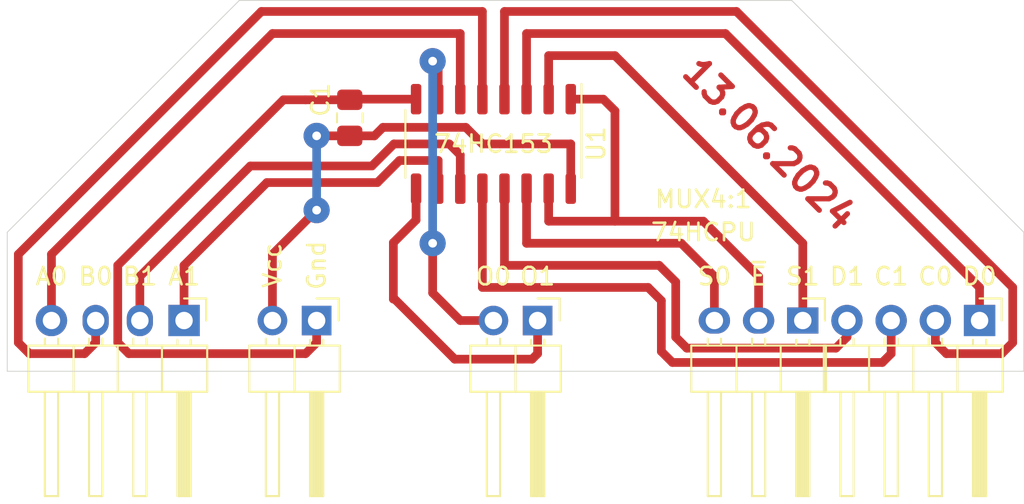
<source format=kicad_pcb>
(kicad_pcb (version 20171130) (host pcbnew "(5.1.8)-1")

  (general
    (thickness 1.6)
    (drawings 25)
    (tracks 106)
    (zones 0)
    (modules 7)
    (nets 16)
  )

  (page A4 portrait)
  (layers
    (0 F.Cu signal)
    (31 B.Cu signal)
    (32 B.Adhes user)
    (33 F.Adhes user)
    (34 B.Paste user)
    (35 F.Paste user)
    (36 B.SilkS user)
    (37 F.SilkS user)
    (38 B.Mask user)
    (39 F.Mask user)
    (40 Dwgs.User user)
    (41 Cmts.User user)
    (42 Eco1.User user)
    (43 Eco2.User user)
    (44 Edge.Cuts user)
    (45 Margin user)
    (46 B.CrtYd user)
    (47 F.CrtYd user)
    (48 B.Fab user)
    (49 F.Fab user)
  )

  (setup
    (last_trace_width 0.5)
    (user_trace_width 0.5)
    (user_trace_width 0.6)
    (user_trace_width 0.8)
    (trace_clearance 0.2)
    (zone_clearance 0.508)
    (zone_45_only no)
    (trace_min 0.2)
    (via_size 0.8)
    (via_drill 0.4)
    (via_min_size 0.4)
    (via_min_drill 0.3)
    (user_via 1.5 0.5)
    (uvia_size 0.3)
    (uvia_drill 0.1)
    (uvias_allowed no)
    (uvia_min_size 0.2)
    (uvia_min_drill 0.1)
    (edge_width 0.05)
    (segment_width 0.2)
    (pcb_text_width 0.3)
    (pcb_text_size 1.5 1.5)
    (mod_edge_width 0.12)
    (mod_text_size 1 1)
    (mod_text_width 0.15)
    (pad_size 1.8 1.8)
    (pad_drill 1)
    (pad_to_mask_clearance 0)
    (aux_axis_origin 0 0)
    (visible_elements 7FFFFFFF)
    (pcbplotparams
      (layerselection 0x010fc_ffffffff)
      (usegerberextensions false)
      (usegerberattributes true)
      (usegerberadvancedattributes true)
      (creategerberjobfile false)
      (excludeedgelayer true)
      (linewidth 0.100000)
      (plotframeref false)
      (viasonmask false)
      (mode 1)
      (useauxorigin false)
      (hpglpennumber 1)
      (hpglpenspeed 20)
      (hpglpendiameter 15.000000)
      (psnegative false)
      (psa4output false)
      (plotreference true)
      (plotvalue true)
      (plotinvisibletext false)
      (padsonsilk false)
      (subtractmaskfromsilk false)
      (outputformat 1)
      (mirror false)
      (drillshape 0)
      (scaleselection 1)
      (outputdirectory "gerber"))
  )

  (net 0 "")
  (net 1 VCC)
  (net 2 GND)
  (net 3 /A1)
  (net 4 /B1)
  (net 5 /B0)
  (net 6 /A0)
  (net 7 /D1)
  (net 8 /C1)
  (net 9 /C0)
  (net 10 /D0)
  (net 11 /~E)
  (net 12 /S0)
  (net 13 /S1)
  (net 14 /O0)
  (net 15 /O1)

  (net_class Default "This is the default net class."
    (clearance 0.2)
    (trace_width 0.25)
    (via_dia 0.8)
    (via_drill 0.4)
    (uvia_dia 0.3)
    (uvia_drill 0.1)
    (add_net /A0)
    (add_net /A1)
    (add_net /B0)
    (add_net /B1)
    (add_net /C0)
    (add_net /C1)
    (add_net /D0)
    (add_net /D1)
    (add_net /O0)
    (add_net /O1)
    (add_net /S0)
    (add_net /S1)
    (add_net /~E)
    (add_net GND)
    (add_net VCC)
  )

  (module Connector_PinHeader_2.54mm:PinHeader_1x02_P2.54mm_Horizontal (layer F.Cu) (tedit 59FED5CB) (tstamp 648217EF)
    (at 111.76 63.5 270)
    (descr "Through hole angled pin header, 1x02, 2.54mm pitch, 6mm pin length, single row")
    (tags "Through hole angled pin header THT 1x02 2.54mm single row")
    (path /6482D8C1)
    (fp_text reference J5 (at 1.905 -2.54 90) (layer F.SilkS) hide
      (effects (font (size 1 1) (thickness 0.15)))
    )
    (fp_text value Conn_01x02_Male (at 1.905 2.54 180) (layer F.Fab)
      (effects (font (size 1 1) (thickness 0.15)))
    )
    (fp_line (start 2.135 -1.27) (end 4.04 -1.27) (layer F.Fab) (width 0.1))
    (fp_line (start 4.04 -1.27) (end 4.04 3.81) (layer F.Fab) (width 0.1))
    (fp_line (start 4.04 3.81) (end 1.5 3.81) (layer F.Fab) (width 0.1))
    (fp_line (start 1.5 3.81) (end 1.5 -0.635) (layer F.Fab) (width 0.1))
    (fp_line (start 1.5 -0.635) (end 2.135 -1.27) (layer F.Fab) (width 0.1))
    (fp_line (start -0.32 -0.32) (end 1.5 -0.32) (layer F.Fab) (width 0.1))
    (fp_line (start -0.32 -0.32) (end -0.32 0.32) (layer F.Fab) (width 0.1))
    (fp_line (start -0.32 0.32) (end 1.5 0.32) (layer F.Fab) (width 0.1))
    (fp_line (start 4.04 -0.32) (end 10.04 -0.32) (layer F.Fab) (width 0.1))
    (fp_line (start 10.04 -0.32) (end 10.04 0.32) (layer F.Fab) (width 0.1))
    (fp_line (start 4.04 0.32) (end 10.04 0.32) (layer F.Fab) (width 0.1))
    (fp_line (start -0.32 2.22) (end 1.5 2.22) (layer F.Fab) (width 0.1))
    (fp_line (start -0.32 2.22) (end -0.32 2.86) (layer F.Fab) (width 0.1))
    (fp_line (start -0.32 2.86) (end 1.5 2.86) (layer F.Fab) (width 0.1))
    (fp_line (start 4.04 2.22) (end 10.04 2.22) (layer F.Fab) (width 0.1))
    (fp_line (start 10.04 2.22) (end 10.04 2.86) (layer F.Fab) (width 0.1))
    (fp_line (start 4.04 2.86) (end 10.04 2.86) (layer F.Fab) (width 0.1))
    (fp_line (start 1.44 -1.33) (end 1.44 3.87) (layer F.SilkS) (width 0.12))
    (fp_line (start 1.44 3.87) (end 4.1 3.87) (layer F.SilkS) (width 0.12))
    (fp_line (start 4.1 3.87) (end 4.1 -1.33) (layer F.SilkS) (width 0.12))
    (fp_line (start 4.1 -1.33) (end 1.44 -1.33) (layer F.SilkS) (width 0.12))
    (fp_line (start 4.1 -0.38) (end 10.1 -0.38) (layer F.SilkS) (width 0.12))
    (fp_line (start 10.1 -0.38) (end 10.1 0.38) (layer F.SilkS) (width 0.12))
    (fp_line (start 10.1 0.38) (end 4.1 0.38) (layer F.SilkS) (width 0.12))
    (fp_line (start 4.1 -0.32) (end 10.1 -0.32) (layer F.SilkS) (width 0.12))
    (fp_line (start 4.1 -0.2) (end 10.1 -0.2) (layer F.SilkS) (width 0.12))
    (fp_line (start 4.1 -0.08) (end 10.1 -0.08) (layer F.SilkS) (width 0.12))
    (fp_line (start 4.1 0.04) (end 10.1 0.04) (layer F.SilkS) (width 0.12))
    (fp_line (start 4.1 0.16) (end 10.1 0.16) (layer F.SilkS) (width 0.12))
    (fp_line (start 4.1 0.28) (end 10.1 0.28) (layer F.SilkS) (width 0.12))
    (fp_line (start 1.11 -0.38) (end 1.44 -0.38) (layer F.SilkS) (width 0.12))
    (fp_line (start 1.11 0.38) (end 1.44 0.38) (layer F.SilkS) (width 0.12))
    (fp_line (start 1.44 1.27) (end 4.1 1.27) (layer F.SilkS) (width 0.12))
    (fp_line (start 4.1 2.16) (end 10.1 2.16) (layer F.SilkS) (width 0.12))
    (fp_line (start 10.1 2.16) (end 10.1 2.92) (layer F.SilkS) (width 0.12))
    (fp_line (start 10.1 2.92) (end 4.1 2.92) (layer F.SilkS) (width 0.12))
    (fp_line (start 1.042929 2.16) (end 1.44 2.16) (layer F.SilkS) (width 0.12))
    (fp_line (start 1.042929 2.92) (end 1.44 2.92) (layer F.SilkS) (width 0.12))
    (fp_line (start -1.27 0) (end -1.27 -1.27) (layer F.SilkS) (width 0.12))
    (fp_line (start -1.27 -1.27) (end 0 -1.27) (layer F.SilkS) (width 0.12))
    (fp_line (start -1.8 -1.8) (end -1.8 4.35) (layer F.CrtYd) (width 0.05))
    (fp_line (start -1.8 4.35) (end 10.55 4.35) (layer F.CrtYd) (width 0.05))
    (fp_line (start 10.55 4.35) (end 10.55 -1.8) (layer F.CrtYd) (width 0.05))
    (fp_line (start 10.55 -1.8) (end -1.8 -1.8) (layer F.CrtYd) (width 0.05))
    (fp_text user %R (at 2.77 1.27) (layer F.Fab)
      (effects (font (size 1 1) (thickness 0.15)))
    )
    (pad 2 thru_hole oval (at 0 2.54 270) (size 1.7 1.7) (drill 1) (layers *.Cu *.Mask)
      (net 14 /O0))
    (pad 1 thru_hole rect (at 0 0 270) (size 1.7 1.7) (drill 1) (layers *.Cu *.Mask)
      (net 15 /O1))
    (model ${KISYS3DMOD}/Connector_PinHeader_2.54mm.3dshapes/PinHeader_1x02_P2.54mm_Horizontal.wrl
      (at (xyz 0 0 0))
      (scale (xyz 1 1 1))
      (rotate (xyz 0 0 0))
    )
  )

  (module Capacitor_SMD:C_0805_2012Metric_Pad1.18x1.45mm_HandSolder (layer F.Cu) (tedit 5F68FEEF) (tstamp 6482049E)
    (at 100.965 51.8375 90)
    (descr "Capacitor SMD 0805 (2012 Metric), square (rectangular) end terminal, IPC_7351 nominal with elongated pad for handsoldering. (Body size source: IPC-SM-782 page 76, https://www.pcb-3d.com/wordpress/wp-content/uploads/ipc-sm-782a_amendment_1_and_2.pdf, https://docs.google.com/spreadsheets/d/1BsfQQcO9C6DZCsRaXUlFlo91Tg2WpOkGARC1WS5S8t0/edit?usp=sharing), generated with kicad-footprint-generator")
    (tags "capacitor handsolder")
    (path /64829BAA)
    (attr smd)
    (fp_text reference C1 (at 1.0375 -1.68 90) (layer F.SilkS)
      (effects (font (size 1 1) (thickness 0.15)))
    )
    (fp_text value 0.1uF (at 0 1.68 90) (layer F.Fab)
      (effects (font (size 1 1) (thickness 0.15)))
    )
    (fp_line (start -1 0.625) (end -1 -0.625) (layer F.Fab) (width 0.1))
    (fp_line (start -1 -0.625) (end 1 -0.625) (layer F.Fab) (width 0.1))
    (fp_line (start 1 -0.625) (end 1 0.625) (layer F.Fab) (width 0.1))
    (fp_line (start 1 0.625) (end -1 0.625) (layer F.Fab) (width 0.1))
    (fp_line (start -0.261252 -0.735) (end 0.261252 -0.735) (layer F.SilkS) (width 0.12))
    (fp_line (start -0.261252 0.735) (end 0.261252 0.735) (layer F.SilkS) (width 0.12))
    (fp_line (start -1.88 0.98) (end -1.88 -0.98) (layer F.CrtYd) (width 0.05))
    (fp_line (start -1.88 -0.98) (end 1.88 -0.98) (layer F.CrtYd) (width 0.05))
    (fp_line (start 1.88 -0.98) (end 1.88 0.98) (layer F.CrtYd) (width 0.05))
    (fp_line (start 1.88 0.98) (end -1.88 0.98) (layer F.CrtYd) (width 0.05))
    (fp_text user %R (at 0 0 90) (layer F.Fab)
      (effects (font (size 0.5 0.5) (thickness 0.08)))
    )
    (pad 1 smd roundrect (at -1.0375 0 90) (size 1.175 1.45) (layers F.Cu F.Paste F.Mask) (roundrect_rratio 0.2127659574468085)
      (net 1 VCC))
    (pad 2 smd roundrect (at 1.0375 0 90) (size 1.175 1.45) (layers F.Cu F.Paste F.Mask) (roundrect_rratio 0.2127659574468085)
      (net 2 GND))
    (model ${KISYS3DMOD}/Capacitor_SMD.3dshapes/C_0805_2012Metric.wrl
      (at (xyz 0 0 0))
      (scale (xyz 1 1 1))
      (rotate (xyz 0 0 0))
    )
  )

  (module Connector_PinHeader_2.54mm:PinHeader_1x04_P2.54mm_Horizontal (layer F.Cu) (tedit 6482088C) (tstamp 648204EB)
    (at 91.44 63.5 270)
    (descr "Through hole angled pin header, 1x04, 2.54mm pitch, 6mm pin length, single row")
    (tags "Through hole angled pin header THT 1x04 2.54mm single row")
    (path /6482061C)
    (fp_text reference J1 (at 0 -2.54 90) (layer F.SilkS) hide
      (effects (font (size 1 1) (thickness 0.15)))
    )
    (fp_text value Conn_01x04_Male (at 1.905 3.81 180) (layer F.Fab)
      (effects (font (size 1 1) (thickness 0.15)))
    )
    (fp_line (start 2.135 -1.27) (end 4.04 -1.27) (layer F.Fab) (width 0.1))
    (fp_line (start 4.04 -1.27) (end 4.04 8.89) (layer F.Fab) (width 0.1))
    (fp_line (start 4.04 8.89) (end 1.5 8.89) (layer F.Fab) (width 0.1))
    (fp_line (start 1.5 8.89) (end 1.5 -0.635) (layer F.Fab) (width 0.1))
    (fp_line (start 1.5 -0.635) (end 2.135 -1.27) (layer F.Fab) (width 0.1))
    (fp_line (start -0.32 -0.32) (end 1.5 -0.32) (layer F.Fab) (width 0.1))
    (fp_line (start -0.32 -0.32) (end -0.32 0.32) (layer F.Fab) (width 0.1))
    (fp_line (start -0.32 0.32) (end 1.5 0.32) (layer F.Fab) (width 0.1))
    (fp_line (start 4.04 -0.32) (end 10.04 -0.32) (layer F.Fab) (width 0.1))
    (fp_line (start 10.04 -0.32) (end 10.04 0.32) (layer F.Fab) (width 0.1))
    (fp_line (start 4.04 0.32) (end 10.04 0.32) (layer F.Fab) (width 0.1))
    (fp_line (start -0.32 2.22) (end 1.5 2.22) (layer F.Fab) (width 0.1))
    (fp_line (start -0.32 2.22) (end -0.32 2.86) (layer F.Fab) (width 0.1))
    (fp_line (start -0.32 2.86) (end 1.5 2.86) (layer F.Fab) (width 0.1))
    (fp_line (start 4.04 2.22) (end 10.04 2.22) (layer F.Fab) (width 0.1))
    (fp_line (start 10.04 2.22) (end 10.04 2.86) (layer F.Fab) (width 0.1))
    (fp_line (start 4.04 2.86) (end 10.04 2.86) (layer F.Fab) (width 0.1))
    (fp_line (start -0.32 4.76) (end 1.5 4.76) (layer F.Fab) (width 0.1))
    (fp_line (start -0.32 4.76) (end -0.32 5.4) (layer F.Fab) (width 0.1))
    (fp_line (start -0.32 5.4) (end 1.5 5.4) (layer F.Fab) (width 0.1))
    (fp_line (start 4.04 4.76) (end 10.04 4.76) (layer F.Fab) (width 0.1))
    (fp_line (start 10.04 4.76) (end 10.04 5.4) (layer F.Fab) (width 0.1))
    (fp_line (start 4.04 5.4) (end 10.04 5.4) (layer F.Fab) (width 0.1))
    (fp_line (start -0.32 7.3) (end 1.5 7.3) (layer F.Fab) (width 0.1))
    (fp_line (start -0.32 7.3) (end -0.32 7.94) (layer F.Fab) (width 0.1))
    (fp_line (start -0.32 7.94) (end 1.5 7.94) (layer F.Fab) (width 0.1))
    (fp_line (start 4.04 7.3) (end 10.04 7.3) (layer F.Fab) (width 0.1))
    (fp_line (start 10.04 7.3) (end 10.04 7.94) (layer F.Fab) (width 0.1))
    (fp_line (start 4.04 7.94) (end 10.04 7.94) (layer F.Fab) (width 0.1))
    (fp_line (start 1.44 -1.33) (end 1.44 8.95) (layer F.SilkS) (width 0.12))
    (fp_line (start 1.44 8.95) (end 4.1 8.95) (layer F.SilkS) (width 0.12))
    (fp_line (start 4.1 8.95) (end 4.1 -1.33) (layer F.SilkS) (width 0.12))
    (fp_line (start 4.1 -1.33) (end 1.44 -1.33) (layer F.SilkS) (width 0.12))
    (fp_line (start 4.1 -0.38) (end 10.1 -0.38) (layer F.SilkS) (width 0.12))
    (fp_line (start 10.1 -0.38) (end 10.1 0.38) (layer F.SilkS) (width 0.12))
    (fp_line (start 10.1 0.38) (end 4.1 0.38) (layer F.SilkS) (width 0.12))
    (fp_line (start 4.1 -0.32) (end 10.1 -0.32) (layer F.SilkS) (width 0.12))
    (fp_line (start 4.1 -0.2) (end 10.1 -0.2) (layer F.SilkS) (width 0.12))
    (fp_line (start 4.1 -0.08) (end 10.1 -0.08) (layer F.SilkS) (width 0.12))
    (fp_line (start 4.1 0.04) (end 10.1 0.04) (layer F.SilkS) (width 0.12))
    (fp_line (start 4.1 0.16) (end 10.1 0.16) (layer F.SilkS) (width 0.12))
    (fp_line (start 4.1 0.28) (end 10.1 0.28) (layer F.SilkS) (width 0.12))
    (fp_line (start 1.11 -0.38) (end 1.44 -0.38) (layer F.SilkS) (width 0.12))
    (fp_line (start 1.11 0.38) (end 1.44 0.38) (layer F.SilkS) (width 0.12))
    (fp_line (start 1.44 1.27) (end 4.1 1.27) (layer F.SilkS) (width 0.12))
    (fp_line (start 4.1 2.16) (end 10.1 2.16) (layer F.SilkS) (width 0.12))
    (fp_line (start 10.1 2.16) (end 10.1 2.92) (layer F.SilkS) (width 0.12))
    (fp_line (start 10.1 2.92) (end 4.1 2.92) (layer F.SilkS) (width 0.12))
    (fp_line (start 1.042929 2.16) (end 1.44 2.16) (layer F.SilkS) (width 0.12))
    (fp_line (start 1.042929 2.92) (end 1.44 2.92) (layer F.SilkS) (width 0.12))
    (fp_line (start 1.44 3.81) (end 4.1 3.81) (layer F.SilkS) (width 0.12))
    (fp_line (start 4.1 4.7) (end 10.1 4.7) (layer F.SilkS) (width 0.12))
    (fp_line (start 10.1 4.7) (end 10.1 5.46) (layer F.SilkS) (width 0.12))
    (fp_line (start 10.1 5.46) (end 4.1 5.46) (layer F.SilkS) (width 0.12))
    (fp_line (start 1.042929 4.7) (end 1.44 4.7) (layer F.SilkS) (width 0.12))
    (fp_line (start 1.042929 5.46) (end 1.44 5.46) (layer F.SilkS) (width 0.12))
    (fp_line (start 1.44 6.35) (end 4.1 6.35) (layer F.SilkS) (width 0.12))
    (fp_line (start 4.1 7.24) (end 10.1 7.24) (layer F.SilkS) (width 0.12))
    (fp_line (start 10.1 7.24) (end 10.1 8) (layer F.SilkS) (width 0.12))
    (fp_line (start 10.1 8) (end 4.1 8) (layer F.SilkS) (width 0.12))
    (fp_line (start 1.042929 7.24) (end 1.44 7.24) (layer F.SilkS) (width 0.12))
    (fp_line (start 1.042929 8) (end 1.44 8) (layer F.SilkS) (width 0.12))
    (fp_line (start -1.27 0) (end -1.27 -1.27) (layer F.SilkS) (width 0.12))
    (fp_line (start -1.27 -1.27) (end 0 -1.27) (layer F.SilkS) (width 0.12))
    (fp_line (start -1.8 -1.8) (end -1.8 9.4) (layer F.CrtYd) (width 0.05))
    (fp_line (start -1.8 9.4) (end 10.55 9.4) (layer F.CrtYd) (width 0.05))
    (fp_line (start 10.55 9.4) (end 10.55 -1.8) (layer F.CrtYd) (width 0.05))
    (fp_line (start 10.55 -1.8) (end -1.8 -1.8) (layer F.CrtYd) (width 0.05))
    (fp_text user %R (at 2.77 3.81) (layer F.Fab)
      (effects (font (size 1 1) (thickness 0.15)))
    )
    (pad 1 thru_hole rect (at 0 0 270) (size 1.8 1.8) (drill 1) (layers *.Cu *.Mask)
      (net 3 /A1))
    (pad 2 thru_hole oval (at 0 2.54 270) (size 1.8 1.5) (drill 1) (layers *.Cu *.Mask)
      (net 4 /B1))
    (pad 3 thru_hole oval (at 0 5.08 270) (size 1.8 1.5) (drill 1) (layers *.Cu *.Mask)
      (net 5 /B0))
    (pad 4 thru_hole oval (at 0 7.62 270) (size 1.8 1.8) (drill 1) (layers *.Cu *.Mask)
      (net 6 /A0))
    (model ${KISYS3DMOD}/Connector_PinHeader_2.54mm.3dshapes/PinHeader_1x04_P2.54mm_Horizontal.wrl
      (at (xyz 0 0 0))
      (scale (xyz 1 1 1))
      (rotate (xyz 0 0 0))
    )
  )

  (module Connector_PinHeader_2.54mm:PinHeader_1x04_P2.54mm_Horizontal (layer F.Cu) (tedit 64820C4C) (tstamp 64820538)
    (at 137.16 63.5 270)
    (descr "Through hole angled pin header, 1x04, 2.54mm pitch, 6mm pin length, single row")
    (tags "Through hole angled pin header THT 1x04 2.54mm single row")
    (path /6482170D)
    (fp_text reference J2 (at 0.635 -2.27 90) (layer F.SilkS) hide
      (effects (font (size 1 1) (thickness 0.15)))
    )
    (fp_text value Conn_01x04_Male (at 1.905 4.445 180) (layer F.Fab)
      (effects (font (size 1 1) (thickness 0.15)))
    )
    (fp_line (start 10.55 -1.8) (end -1.8 -1.8) (layer F.CrtYd) (width 0.05))
    (fp_line (start 10.55 9.4) (end 10.55 -1.8) (layer F.CrtYd) (width 0.05))
    (fp_line (start -1.8 9.4) (end 10.55 9.4) (layer F.CrtYd) (width 0.05))
    (fp_line (start -1.8 -1.8) (end -1.8 9.4) (layer F.CrtYd) (width 0.05))
    (fp_line (start -1.27 -1.27) (end 0 -1.27) (layer F.SilkS) (width 0.12))
    (fp_line (start -1.27 0) (end -1.27 -1.27) (layer F.SilkS) (width 0.12))
    (fp_line (start 1.042929 8) (end 1.44 8) (layer F.SilkS) (width 0.12))
    (fp_line (start 1.042929 7.24) (end 1.44 7.24) (layer F.SilkS) (width 0.12))
    (fp_line (start 10.1 8) (end 4.1 8) (layer F.SilkS) (width 0.12))
    (fp_line (start 10.1 7.24) (end 10.1 8) (layer F.SilkS) (width 0.12))
    (fp_line (start 4.1 7.24) (end 10.1 7.24) (layer F.SilkS) (width 0.12))
    (fp_line (start 1.44 6.35) (end 4.1 6.35) (layer F.SilkS) (width 0.12))
    (fp_line (start 1.042929 5.46) (end 1.44 5.46) (layer F.SilkS) (width 0.12))
    (fp_line (start 1.042929 4.7) (end 1.44 4.7) (layer F.SilkS) (width 0.12))
    (fp_line (start 10.1 5.46) (end 4.1 5.46) (layer F.SilkS) (width 0.12))
    (fp_line (start 10.1 4.7) (end 10.1 5.46) (layer F.SilkS) (width 0.12))
    (fp_line (start 4.1 4.7) (end 10.1 4.7) (layer F.SilkS) (width 0.12))
    (fp_line (start 1.44 3.81) (end 4.1 3.81) (layer F.SilkS) (width 0.12))
    (fp_line (start 1.042929 2.92) (end 1.44 2.92) (layer F.SilkS) (width 0.12))
    (fp_line (start 1.042929 2.16) (end 1.44 2.16) (layer F.SilkS) (width 0.12))
    (fp_line (start 10.1 2.92) (end 4.1 2.92) (layer F.SilkS) (width 0.12))
    (fp_line (start 10.1 2.16) (end 10.1 2.92) (layer F.SilkS) (width 0.12))
    (fp_line (start 4.1 2.16) (end 10.1 2.16) (layer F.SilkS) (width 0.12))
    (fp_line (start 1.44 1.27) (end 4.1 1.27) (layer F.SilkS) (width 0.12))
    (fp_line (start 1.11 0.38) (end 1.44 0.38) (layer F.SilkS) (width 0.12))
    (fp_line (start 1.11 -0.38) (end 1.44 -0.38) (layer F.SilkS) (width 0.12))
    (fp_line (start 4.1 0.28) (end 10.1 0.28) (layer F.SilkS) (width 0.12))
    (fp_line (start 4.1 0.16) (end 10.1 0.16) (layer F.SilkS) (width 0.12))
    (fp_line (start 4.1 0.04) (end 10.1 0.04) (layer F.SilkS) (width 0.12))
    (fp_line (start 4.1 -0.08) (end 10.1 -0.08) (layer F.SilkS) (width 0.12))
    (fp_line (start 4.1 -0.2) (end 10.1 -0.2) (layer F.SilkS) (width 0.12))
    (fp_line (start 4.1 -0.32) (end 10.1 -0.32) (layer F.SilkS) (width 0.12))
    (fp_line (start 10.1 0.38) (end 4.1 0.38) (layer F.SilkS) (width 0.12))
    (fp_line (start 10.1 -0.38) (end 10.1 0.38) (layer F.SilkS) (width 0.12))
    (fp_line (start 4.1 -0.38) (end 10.1 -0.38) (layer F.SilkS) (width 0.12))
    (fp_line (start 4.1 -1.33) (end 1.44 -1.33) (layer F.SilkS) (width 0.12))
    (fp_line (start 4.1 8.95) (end 4.1 -1.33) (layer F.SilkS) (width 0.12))
    (fp_line (start 1.44 8.95) (end 4.1 8.95) (layer F.SilkS) (width 0.12))
    (fp_line (start 1.44 -1.33) (end 1.44 8.95) (layer F.SilkS) (width 0.12))
    (fp_line (start 4.04 7.94) (end 10.04 7.94) (layer F.Fab) (width 0.1))
    (fp_line (start 10.04 7.3) (end 10.04 7.94) (layer F.Fab) (width 0.1))
    (fp_line (start 4.04 7.3) (end 10.04 7.3) (layer F.Fab) (width 0.1))
    (fp_line (start -0.32 7.94) (end 1.5 7.94) (layer F.Fab) (width 0.1))
    (fp_line (start -0.32 7.3) (end -0.32 7.94) (layer F.Fab) (width 0.1))
    (fp_line (start -0.32 7.3) (end 1.5 7.3) (layer F.Fab) (width 0.1))
    (fp_line (start 4.04 5.4) (end 10.04 5.4) (layer F.Fab) (width 0.1))
    (fp_line (start 10.04 4.76) (end 10.04 5.4) (layer F.Fab) (width 0.1))
    (fp_line (start 4.04 4.76) (end 10.04 4.76) (layer F.Fab) (width 0.1))
    (fp_line (start -0.32 5.4) (end 1.5 5.4) (layer F.Fab) (width 0.1))
    (fp_line (start -0.32 4.76) (end -0.32 5.4) (layer F.Fab) (width 0.1))
    (fp_line (start -0.32 4.76) (end 1.5 4.76) (layer F.Fab) (width 0.1))
    (fp_line (start 4.04 2.86) (end 10.04 2.86) (layer F.Fab) (width 0.1))
    (fp_line (start 10.04 2.22) (end 10.04 2.86) (layer F.Fab) (width 0.1))
    (fp_line (start 4.04 2.22) (end 10.04 2.22) (layer F.Fab) (width 0.1))
    (fp_line (start -0.32 2.86) (end 1.5 2.86) (layer F.Fab) (width 0.1))
    (fp_line (start -0.32 2.22) (end -0.32 2.86) (layer F.Fab) (width 0.1))
    (fp_line (start -0.32 2.22) (end 1.5 2.22) (layer F.Fab) (width 0.1))
    (fp_line (start 4.04 0.32) (end 10.04 0.32) (layer F.Fab) (width 0.1))
    (fp_line (start 10.04 -0.32) (end 10.04 0.32) (layer F.Fab) (width 0.1))
    (fp_line (start 4.04 -0.32) (end 10.04 -0.32) (layer F.Fab) (width 0.1))
    (fp_line (start -0.32 0.32) (end 1.5 0.32) (layer F.Fab) (width 0.1))
    (fp_line (start -0.32 -0.32) (end -0.32 0.32) (layer F.Fab) (width 0.1))
    (fp_line (start -0.32 -0.32) (end 1.5 -0.32) (layer F.Fab) (width 0.1))
    (fp_line (start 1.5 -0.635) (end 2.135 -1.27) (layer F.Fab) (width 0.1))
    (fp_line (start 1.5 8.89) (end 1.5 -0.635) (layer F.Fab) (width 0.1))
    (fp_line (start 4.04 8.89) (end 1.5 8.89) (layer F.Fab) (width 0.1))
    (fp_line (start 4.04 -1.27) (end 4.04 8.89) (layer F.Fab) (width 0.1))
    (fp_line (start 2.135 -1.27) (end 4.04 -1.27) (layer F.Fab) (width 0.1))
    (fp_text user %R (at 2.77 3.81) (layer F.Fab)
      (effects (font (size 1 1) (thickness 0.15)))
    )
    (pad 4 thru_hole oval (at 0 7.62 270) (size 1.8 1.8) (drill 1) (layers *.Cu *.Mask)
      (net 7 /D1))
    (pad 3 thru_hole oval (at 0 5.08 270) (size 1.8 1.8) (drill 1) (layers *.Cu *.Mask)
      (net 8 /C1))
    (pad 2 thru_hole oval (at 0 2.54 270) (size 1.8 1.8) (drill 1) (layers *.Cu *.Mask)
      (net 9 /C0))
    (pad 1 thru_hole rect (at 0 0 270) (size 1.8 1.8) (drill 1) (layers *.Cu *.Mask)
      (net 10 /D0))
    (model ${KISYS3DMOD}/Connector_PinHeader_2.54mm.3dshapes/PinHeader_1x04_P2.54mm_Horizontal.wrl
      (at (xyz 0 0 0))
      (scale (xyz 1 1 1))
      (rotate (xyz 0 0 0))
    )
  )

  (module Connector_PinHeader_2.54mm:PinHeader_1x03_P2.54mm_Horizontal (layer F.Cu) (tedit 64820AD8) (tstamp 64820578)
    (at 127 63.5 270)
    (descr "Through hole angled pin header, 1x03, 2.54mm pitch, 6mm pin length, single row")
    (tags "Through hole angled pin header THT 1x03 2.54mm single row")
    (path /64822571)
    (fp_text reference J3 (at 0.635 -2.27 90) (layer F.SilkS) hide
      (effects (font (size 1 1) (thickness 0.15)))
    )
    (fp_text value Conn_01x03_Male (at 1.905 7.62 180) (layer F.Fab)
      (effects (font (size 1 1) (thickness 0.15)))
    )
    (fp_line (start 2.135 -1.27) (end 4.04 -1.27) (layer F.Fab) (width 0.1))
    (fp_line (start 4.04 -1.27) (end 4.04 6.35) (layer F.Fab) (width 0.1))
    (fp_line (start 4.04 6.35) (end 1.5 6.35) (layer F.Fab) (width 0.1))
    (fp_line (start 1.5 6.35) (end 1.5 -0.635) (layer F.Fab) (width 0.1))
    (fp_line (start 1.5 -0.635) (end 2.135 -1.27) (layer F.Fab) (width 0.1))
    (fp_line (start -0.32 -0.32) (end 1.5 -0.32) (layer F.Fab) (width 0.1))
    (fp_line (start -0.32 -0.32) (end -0.32 0.32) (layer F.Fab) (width 0.1))
    (fp_line (start -0.32 0.32) (end 1.5 0.32) (layer F.Fab) (width 0.1))
    (fp_line (start 4.04 -0.32) (end 10.04 -0.32) (layer F.Fab) (width 0.1))
    (fp_line (start 10.04 -0.32) (end 10.04 0.32) (layer F.Fab) (width 0.1))
    (fp_line (start 4.04 0.32) (end 10.04 0.32) (layer F.Fab) (width 0.1))
    (fp_line (start -0.32 2.22) (end 1.5 2.22) (layer F.Fab) (width 0.1))
    (fp_line (start -0.32 2.22) (end -0.32 2.86) (layer F.Fab) (width 0.1))
    (fp_line (start -0.32 2.86) (end 1.5 2.86) (layer F.Fab) (width 0.1))
    (fp_line (start 4.04 2.22) (end 10.04 2.22) (layer F.Fab) (width 0.1))
    (fp_line (start 10.04 2.22) (end 10.04 2.86) (layer F.Fab) (width 0.1))
    (fp_line (start 4.04 2.86) (end 10.04 2.86) (layer F.Fab) (width 0.1))
    (fp_line (start -0.32 4.76) (end 1.5 4.76) (layer F.Fab) (width 0.1))
    (fp_line (start -0.32 4.76) (end -0.32 5.4) (layer F.Fab) (width 0.1))
    (fp_line (start -0.32 5.4) (end 1.5 5.4) (layer F.Fab) (width 0.1))
    (fp_line (start 4.04 4.76) (end 10.04 4.76) (layer F.Fab) (width 0.1))
    (fp_line (start 10.04 4.76) (end 10.04 5.4) (layer F.Fab) (width 0.1))
    (fp_line (start 4.04 5.4) (end 10.04 5.4) (layer F.Fab) (width 0.1))
    (fp_line (start 1.44 -1.33) (end 1.44 6.41) (layer F.SilkS) (width 0.12))
    (fp_line (start 1.44 6.41) (end 4.1 6.41) (layer F.SilkS) (width 0.12))
    (fp_line (start 4.1 6.41) (end 4.1 -1.33) (layer F.SilkS) (width 0.12))
    (fp_line (start 4.1 -1.33) (end 1.44 -1.33) (layer F.SilkS) (width 0.12))
    (fp_line (start 4.1 -0.38) (end 10.1 -0.38) (layer F.SilkS) (width 0.12))
    (fp_line (start 10.1 -0.38) (end 10.1 0.38) (layer F.SilkS) (width 0.12))
    (fp_line (start 10.1 0.38) (end 4.1 0.38) (layer F.SilkS) (width 0.12))
    (fp_line (start 4.1 -0.32) (end 10.1 -0.32) (layer F.SilkS) (width 0.12))
    (fp_line (start 4.1 -0.2) (end 10.1 -0.2) (layer F.SilkS) (width 0.12))
    (fp_line (start 4.1 -0.08) (end 10.1 -0.08) (layer F.SilkS) (width 0.12))
    (fp_line (start 4.1 0.04) (end 10.1 0.04) (layer F.SilkS) (width 0.12))
    (fp_line (start 4.1 0.16) (end 10.1 0.16) (layer F.SilkS) (width 0.12))
    (fp_line (start 4.1 0.28) (end 10.1 0.28) (layer F.SilkS) (width 0.12))
    (fp_line (start 1.11 -0.38) (end 1.44 -0.38) (layer F.SilkS) (width 0.12))
    (fp_line (start 1.11 0.38) (end 1.44 0.38) (layer F.SilkS) (width 0.12))
    (fp_line (start 1.44 1.27) (end 4.1 1.27) (layer F.SilkS) (width 0.12))
    (fp_line (start 4.1 2.16) (end 10.1 2.16) (layer F.SilkS) (width 0.12))
    (fp_line (start 10.1 2.16) (end 10.1 2.92) (layer F.SilkS) (width 0.12))
    (fp_line (start 10.1 2.92) (end 4.1 2.92) (layer F.SilkS) (width 0.12))
    (fp_line (start 1.042929 2.16) (end 1.44 2.16) (layer F.SilkS) (width 0.12))
    (fp_line (start 1.042929 2.92) (end 1.44 2.92) (layer F.SilkS) (width 0.12))
    (fp_line (start 1.44 3.81) (end 4.1 3.81) (layer F.SilkS) (width 0.12))
    (fp_line (start 4.1 4.7) (end 10.1 4.7) (layer F.SilkS) (width 0.12))
    (fp_line (start 10.1 4.7) (end 10.1 5.46) (layer F.SilkS) (width 0.12))
    (fp_line (start 10.1 5.46) (end 4.1 5.46) (layer F.SilkS) (width 0.12))
    (fp_line (start 1.042929 4.7) (end 1.44 4.7) (layer F.SilkS) (width 0.12))
    (fp_line (start 1.042929 5.46) (end 1.44 5.46) (layer F.SilkS) (width 0.12))
    (fp_line (start -1.27 0) (end -1.27 -1.27) (layer F.SilkS) (width 0.12))
    (fp_line (start -1.27 -1.27) (end 0 -1.27) (layer F.SilkS) (width 0.12))
    (fp_line (start -1.8 -1.8) (end -1.8 6.85) (layer F.CrtYd) (width 0.05))
    (fp_line (start -1.8 6.85) (end 10.55 6.85) (layer F.CrtYd) (width 0.05))
    (fp_line (start 10.55 6.85) (end 10.55 -1.8) (layer F.CrtYd) (width 0.05))
    (fp_line (start 10.55 -1.8) (end -1.8 -1.8) (layer F.CrtYd) (width 0.05))
    (fp_text user %R (at 2.77 2.54) (layer F.Fab)
      (effects (font (size 1 1) (thickness 0.15)))
    )
    (pad 1 thru_hole rect (at 0 0 270) (size 1.5 1.8) (drill 1) (layers *.Cu *.Mask)
      (net 13 /S1))
    (pad 2 thru_hole oval (at 0 2.54 270) (size 1.5 1.8) (drill 1) (layers *.Cu *.Mask)
      (net 11 /~E))
    (pad 3 thru_hole oval (at 0 5.08 270) (size 1.5 1.8) (drill 1) (layers *.Cu *.Mask)
      (net 12 /S0))
    (model ${KISYS3DMOD}/Connector_PinHeader_2.54mm.3dshapes/PinHeader_1x03_P2.54mm_Horizontal.wrl
      (at (xyz 0 0 0))
      (scale (xyz 1 1 1))
      (rotate (xyz 0 0 0))
    )
  )

  (module Connector_PinHeader_2.54mm:PinHeader_1x02_P2.54mm_Horizontal (layer F.Cu) (tedit 59FED5CB) (tstamp 648205AB)
    (at 99.06 63.5 270)
    (descr "Through hole angled pin header, 1x02, 2.54mm pitch, 6mm pin length, single row")
    (tags "Through hole angled pin header THT 1x02 2.54mm single row")
    (path /64822EFE)
    (fp_text reference J4 (at 0 -2.54 90) (layer F.SilkS) hide
      (effects (font (size 1 1) (thickness 0.15)))
    )
    (fp_text value Conn_01x02_Male (at 2.135 -1.27 180) (layer F.Fab)
      (effects (font (size 1 1) (thickness 0.15)))
    )
    (fp_line (start 2.135 -1.27) (end 4.04 -1.27) (layer F.Fab) (width 0.1))
    (fp_line (start 4.04 -1.27) (end 4.04 3.81) (layer F.Fab) (width 0.1))
    (fp_line (start 4.04 3.81) (end 1.5 3.81) (layer F.Fab) (width 0.1))
    (fp_line (start 1.5 3.81) (end 1.5 -0.635) (layer F.Fab) (width 0.1))
    (fp_line (start 1.5 -0.635) (end 2.135 -1.27) (layer F.Fab) (width 0.1))
    (fp_line (start -0.32 -0.32) (end 1.5 -0.32) (layer F.Fab) (width 0.1))
    (fp_line (start -0.32 -0.32) (end -0.32 0.32) (layer F.Fab) (width 0.1))
    (fp_line (start -0.32 0.32) (end 1.5 0.32) (layer F.Fab) (width 0.1))
    (fp_line (start 4.04 -0.32) (end 10.04 -0.32) (layer F.Fab) (width 0.1))
    (fp_line (start 10.04 -0.32) (end 10.04 0.32) (layer F.Fab) (width 0.1))
    (fp_line (start 4.04 0.32) (end 10.04 0.32) (layer F.Fab) (width 0.1))
    (fp_line (start -0.32 2.22) (end 1.5 2.22) (layer F.Fab) (width 0.1))
    (fp_line (start -0.32 2.22) (end -0.32 2.86) (layer F.Fab) (width 0.1))
    (fp_line (start -0.32 2.86) (end 1.5 2.86) (layer F.Fab) (width 0.1))
    (fp_line (start 4.04 2.22) (end 10.04 2.22) (layer F.Fab) (width 0.1))
    (fp_line (start 10.04 2.22) (end 10.04 2.86) (layer F.Fab) (width 0.1))
    (fp_line (start 4.04 2.86) (end 10.04 2.86) (layer F.Fab) (width 0.1))
    (fp_line (start 1.44 -1.33) (end 1.44 3.87) (layer F.SilkS) (width 0.12))
    (fp_line (start 1.44 3.87) (end 4.1 3.87) (layer F.SilkS) (width 0.12))
    (fp_line (start 4.1 3.87) (end 4.1 -1.33) (layer F.SilkS) (width 0.12))
    (fp_line (start 4.1 -1.33) (end 1.44 -1.33) (layer F.SilkS) (width 0.12))
    (fp_line (start 4.1 -0.38) (end 10.1 -0.38) (layer F.SilkS) (width 0.12))
    (fp_line (start 10.1 -0.38) (end 10.1 0.38) (layer F.SilkS) (width 0.12))
    (fp_line (start 10.1 0.38) (end 4.1 0.38) (layer F.SilkS) (width 0.12))
    (fp_line (start 4.1 -0.32) (end 10.1 -0.32) (layer F.SilkS) (width 0.12))
    (fp_line (start 4.1 -0.2) (end 10.1 -0.2) (layer F.SilkS) (width 0.12))
    (fp_line (start 4.1 -0.08) (end 10.1 -0.08) (layer F.SilkS) (width 0.12))
    (fp_line (start 4.1 0.04) (end 10.1 0.04) (layer F.SilkS) (width 0.12))
    (fp_line (start 4.1 0.16) (end 10.1 0.16) (layer F.SilkS) (width 0.12))
    (fp_line (start 4.1 0.28) (end 10.1 0.28) (layer F.SilkS) (width 0.12))
    (fp_line (start 1.11 -0.38) (end 1.44 -0.38) (layer F.SilkS) (width 0.12))
    (fp_line (start 1.11 0.38) (end 1.44 0.38) (layer F.SilkS) (width 0.12))
    (fp_line (start 1.44 1.27) (end 4.1 1.27) (layer F.SilkS) (width 0.12))
    (fp_line (start 4.1 2.16) (end 10.1 2.16) (layer F.SilkS) (width 0.12))
    (fp_line (start 10.1 2.16) (end 10.1 2.92) (layer F.SilkS) (width 0.12))
    (fp_line (start 10.1 2.92) (end 4.1 2.92) (layer F.SilkS) (width 0.12))
    (fp_line (start 1.042929 2.16) (end 1.44 2.16) (layer F.SilkS) (width 0.12))
    (fp_line (start 1.042929 2.92) (end 1.44 2.92) (layer F.SilkS) (width 0.12))
    (fp_line (start -1.27 0) (end -1.27 -1.27) (layer F.SilkS) (width 0.12))
    (fp_line (start -1.27 -1.27) (end 0 -1.27) (layer F.SilkS) (width 0.12))
    (fp_line (start -1.8 -1.8) (end -1.8 4.35) (layer F.CrtYd) (width 0.05))
    (fp_line (start -1.8 4.35) (end 10.55 4.35) (layer F.CrtYd) (width 0.05))
    (fp_line (start 10.55 4.35) (end 10.55 -1.8) (layer F.CrtYd) (width 0.05))
    (fp_line (start 10.55 -1.8) (end -1.8 -1.8) (layer F.CrtYd) (width 0.05))
    (fp_text user %R (at 2.77 1.27) (layer F.Fab)
      (effects (font (size 1 1) (thickness 0.15)))
    )
    (pad 1 thru_hole rect (at 0 0 270) (size 1.7 1.7) (drill 1) (layers *.Cu *.Mask)
      (net 2 GND))
    (pad 2 thru_hole oval (at 0 2.54 270) (size 1.7 1.7) (drill 1) (layers *.Cu *.Mask)
      (net 1 VCC))
    (model ${KISYS3DMOD}/Connector_PinHeader_2.54mm.3dshapes/PinHeader_1x02_P2.54mm_Horizontal.wrl
      (at (xyz 0 0 0))
      (scale (xyz 1 1 1))
      (rotate (xyz 0 0 0))
    )
  )

  (module Package_SO:SO-16_3.9x9.9mm_P1.27mm (layer F.Cu) (tedit 5E888720) (tstamp 648205CD)
    (at 109.22 53.34 270)
    (descr "SO, 16 Pin (https://www.nxp.com/docs/en/package-information/SOT109-1.pdf), generated with kicad-footprint-generator ipc_gullwing_generator.py")
    (tags "SO SO")
    (path /6481F9B7)
    (attr smd)
    (fp_text reference U1 (at 0 -5.9 90) (layer F.SilkS)
      (effects (font (size 1 1) (thickness 0.15)))
    )
    (fp_text value 74LS153 (at 0 5.9 90) (layer F.Fab)
      (effects (font (size 1 1) (thickness 0.15)))
    )
    (fp_line (start 0 5.06) (end 1.95 5.06) (layer F.SilkS) (width 0.12))
    (fp_line (start 0 5.06) (end -1.95 5.06) (layer F.SilkS) (width 0.12))
    (fp_line (start 0 -5.06) (end 1.95 -5.06) (layer F.SilkS) (width 0.12))
    (fp_line (start 0 -5.06) (end -3.45 -5.06) (layer F.SilkS) (width 0.12))
    (fp_line (start -0.975 -4.95) (end 1.95 -4.95) (layer F.Fab) (width 0.1))
    (fp_line (start 1.95 -4.95) (end 1.95 4.95) (layer F.Fab) (width 0.1))
    (fp_line (start 1.95 4.95) (end -1.95 4.95) (layer F.Fab) (width 0.1))
    (fp_line (start -1.95 4.95) (end -1.95 -3.975) (layer F.Fab) (width 0.1))
    (fp_line (start -1.95 -3.975) (end -0.975 -4.95) (layer F.Fab) (width 0.1))
    (fp_line (start -3.7 -5.2) (end -3.7 5.2) (layer F.CrtYd) (width 0.05))
    (fp_line (start -3.7 5.2) (end 3.7 5.2) (layer F.CrtYd) (width 0.05))
    (fp_line (start 3.7 5.2) (end 3.7 -5.2) (layer F.CrtYd) (width 0.05))
    (fp_line (start 3.7 -5.2) (end -3.7 -5.2) (layer F.CrtYd) (width 0.05))
    (fp_text user %R (at 0 0 90) (layer F.Fab)
      (effects (font (size 0.98 0.98) (thickness 0.15)))
    )
    (pad 1 smd roundrect (at -2.575 -4.445 270) (size 1.75 0.6) (layers F.Cu F.Paste F.Mask) (roundrect_rratio 0.25)
      (net 11 /~E))
    (pad 2 smd roundrect (at -2.575 -3.175 270) (size 1.75 0.6) (layers F.Cu F.Paste F.Mask) (roundrect_rratio 0.25)
      (net 13 /S1))
    (pad 3 smd roundrect (at -2.575 -1.905 270) (size 1.75 0.6) (layers F.Cu F.Paste F.Mask) (roundrect_rratio 0.25)
      (net 10 /D0))
    (pad 4 smd roundrect (at -2.575 -0.635 270) (size 1.75 0.6) (layers F.Cu F.Paste F.Mask) (roundrect_rratio 0.25)
      (net 9 /C0))
    (pad 5 smd roundrect (at -2.575 0.635 270) (size 1.75 0.6) (layers F.Cu F.Paste F.Mask) (roundrect_rratio 0.25)
      (net 5 /B0))
    (pad 6 smd roundrect (at -2.575 1.905 270) (size 1.75 0.6) (layers F.Cu F.Paste F.Mask) (roundrect_rratio 0.25)
      (net 6 /A0))
    (pad 7 smd roundrect (at -2.575 3.175 270) (size 1.75 0.6) (layers F.Cu F.Paste F.Mask) (roundrect_rratio 0.25)
      (net 14 /O0))
    (pad 8 smd roundrect (at -2.575 4.445 270) (size 1.75 0.6) (layers F.Cu F.Paste F.Mask) (roundrect_rratio 0.25)
      (net 2 GND))
    (pad 9 smd roundrect (at 2.575 4.445 270) (size 1.75 0.6) (layers F.Cu F.Paste F.Mask) (roundrect_rratio 0.25)
      (net 15 /O1))
    (pad 10 smd roundrect (at 2.575 3.175 270) (size 1.75 0.6) (layers F.Cu F.Paste F.Mask) (roundrect_rratio 0.25)
      (net 3 /A1))
    (pad 11 smd roundrect (at 2.575 1.905 270) (size 1.75 0.6) (layers F.Cu F.Paste F.Mask) (roundrect_rratio 0.25)
      (net 4 /B1))
    (pad 12 smd roundrect (at 2.575 0.635 270) (size 1.75 0.6) (layers F.Cu F.Paste F.Mask) (roundrect_rratio 0.25)
      (net 8 /C1))
    (pad 13 smd roundrect (at 2.575 -0.635 270) (size 1.75 0.6) (layers F.Cu F.Paste F.Mask) (roundrect_rratio 0.25)
      (net 7 /D1))
    (pad 14 smd roundrect (at 2.575 -1.905 270) (size 1.75 0.6) (layers F.Cu F.Paste F.Mask) (roundrect_rratio 0.25)
      (net 12 /S0))
    (pad 15 smd roundrect (at 2.575 -3.175 270) (size 1.75 0.6) (layers F.Cu F.Paste F.Mask) (roundrect_rratio 0.25)
      (net 11 /~E))
    (pad 16 smd roundrect (at 2.575 -4.445 270) (size 1.75 0.6) (layers F.Cu F.Paste F.Mask) (roundrect_rratio 0.25)
      (net 1 VCC))
    (model ${KISYS3DMOD}/Package_SO.3dshapes/SO-16_3.9x9.9mm_P1.27mm.wrl
      (at (xyz 0 0 0))
      (scale (xyz 1 1 1))
      (rotate (xyz 0 0 0))
    )
  )

  (gr_line (start 139.7 58.42) (end 126.365 45.085) (layer Edge.Cuts) (width 0.05) (tstamp 6669A300))
  (gr_line (start 81.28 58.42) (end 94.615 45.085) (layer Edge.Cuts) (width 0.05))
  (gr_text 13.06.2024 (at 125.095 53.34 -45) (layer F.Cu)
    (effects (font (size 1.5 1.5) (thickness 0.3)))
  )
  (gr_text 74HCPU (at 121.285 58.42) (layer F.SilkS)
    (effects (font (size 1 1) (thickness 0.15)))
  )
  (gr_text MUX4:1 (at 121.285 56.515) (layer F.SilkS)
    (effects (font (size 1 1) (thickness 0.15)))
  )
  (gr_text 74HC153 (at 109.22 53.34) (layer F.SilkS)
    (effects (font (size 1 1) (thickness 0.15)))
  )
  (gr_text D0 (at 137.16 60.96) (layer F.SilkS)
    (effects (font (size 1 1) (thickness 0.15)))
  )
  (gr_text C0 (at 134.62 60.96) (layer F.SilkS)
    (effects (font (size 1 1) (thickness 0.15)))
  )
  (gr_text C1 (at 132.08 60.96) (layer F.SilkS)
    (effects (font (size 1 1) (thickness 0.15)))
  )
  (gr_text D1 (at 129.54 60.96) (layer F.SilkS)
    (effects (font (size 1 1) (thickness 0.15)))
  )
  (gr_text S1 (at 127 60.96) (layer F.SilkS)
    (effects (font (size 1 1) (thickness 0.15)))
  )
  (gr_text ~E (at 124.46 60.96) (layer F.SilkS)
    (effects (font (size 1 1) (thickness 0.15)))
  )
  (gr_text S0 (at 121.92 60.96) (layer F.SilkS)
    (effects (font (size 1 1) (thickness 0.15)))
  )
  (gr_text A0 (at 83.82 60.96) (layer F.SilkS)
    (effects (font (size 1 1) (thickness 0.15)))
  )
  (gr_text B0 (at 86.36 60.96) (layer F.SilkS)
    (effects (font (size 1 1) (thickness 0.15)))
  )
  (gr_text B1 (at 88.9 60.96) (layer F.SilkS)
    (effects (font (size 1 1) (thickness 0.15)))
  )
  (gr_text A1 (at 91.44 60.96) (layer F.SilkS)
    (effects (font (size 1 1) (thickness 0.15)))
  )
  (gr_text Gnd (at 99.06 60.325 90) (layer F.SilkS)
    (effects (font (size 1 1) (thickness 0.15)))
  )
  (gr_text Vcc (at 96.52 60.325 90) (layer F.SilkS)
    (effects (font (size 1 1) (thickness 0.15)))
  )
  (gr_text O1 (at 111.76 60.96) (layer F.SilkS)
    (effects (font (size 1 1) (thickness 0.15)))
  )
  (gr_text O0 (at 109.22 60.96) (layer F.SilkS)
    (effects (font (size 1 1) (thickness 0.15)))
  )
  (gr_line (start 94.615 45.085) (end 126.365 45.085) (layer Edge.Cuts) (width 0.05) (tstamp 64822BAC))
  (gr_line (start 81.28 66.421) (end 81.28 58.42) (layer Edge.Cuts) (width 0.05))
  (gr_line (start 139.7 66.421) (end 81.28 66.421) (layer Edge.Cuts) (width 0.05))
  (gr_line (start 139.7 58.42) (end 139.7 66.421) (layer Edge.Cuts) (width 0.05))

  (segment (start 108.585 53.34) (end 113.665 53.34) (width 0.5) (layer F.Cu) (net 1))
  (segment (start 107.6325 52.3875) (end 108.585 53.34) (width 0.5) (layer F.Cu) (net 1))
  (segment (start 102.87 52.3875) (end 107.6325 52.3875) (width 0.5) (layer F.Cu) (net 1))
  (via (at 99.06 57.15) (size 1.5) (drill 0.5) (layers F.Cu B.Cu) (net 1))
  (via (at 99.06 52.875) (size 1.5) (drill 0.5) (layers F.Cu B.Cu) (net 1))
  (segment (start 99.06 52.875) (end 99.06 57.15) (width 0.5) (layer B.Cu) (net 1))
  (segment (start 113.665 53.34) (end 113.665 55.915) (width 0.5) (layer F.Cu) (net 1))
  (segment (start 96.52 59.69) (end 99.06 57.15) (width 0.5) (layer F.Cu) (net 1))
  (segment (start 99.06 52.875) (end 100.965 52.875) (width 0.5) (layer F.Cu) (net 1))
  (segment (start 96.52 59.69) (end 96.52 63.5) (width 0.5) (layer F.Cu) (net 1))
  (segment (start 102.3825 52.875) (end 102.87 52.3875) (width 0.5) (layer F.Cu) (net 1))
  (segment (start 100.965 52.875) (end 102.3825 52.875) (width 0.5) (layer F.Cu) (net 1))
  (segment (start 87.63 64.77) (end 87.63 60.325) (width 0.5) (layer F.Cu) (net 2))
  (segment (start 88.265 65.405) (end 87.63 64.77) (width 0.5) (layer F.Cu) (net 2))
  (segment (start 98.425 65.405) (end 88.265 65.405) (width 0.5) (layer F.Cu) (net 2))
  (segment (start 99.06 64.77) (end 98.425 65.405) (width 0.5) (layer F.Cu) (net 2))
  (segment (start 98.425 50.8) (end 100.965 50.8) (width 0.5) (layer F.Cu) (net 2))
  (segment (start 99.06 63.5) (end 99.06 64.77) (width 0.5) (layer F.Cu) (net 2))
  (segment (start 98.425 50.8) (end 97.155 50.8) (width 0.5) (layer F.Cu) (net 2))
  (segment (start 87.63 60.325) (end 97.155 50.8) (width 0.5) (layer F.Cu) (net 2))
  (segment (start 101 50.765) (end 100.965 50.8) (width 0.5) (layer F.Cu) (net 2))
  (segment (start 104.775 50.765) (end 101 50.765) (width 0.5) (layer F.Cu) (net 2))
  (segment (start 106.045 54.2925) (end 106.045 55.915) (width 0.5) (layer F.Cu) (net 3))
  (segment (start 102.5525 55.5625) (end 103.8225 54.2925) (width 0.5) (layer F.Cu) (net 3))
  (segment (start 103.8225 54.2925) (end 106.045 54.2925) (width 0.5) (layer F.Cu) (net 3))
  (segment (start 96.2025 55.5625) (end 102.5525 55.5625) (width 0.5) (layer F.Cu) (net 3))
  (segment (start 91.44 60.325) (end 96.2025 55.5625) (width 0.5) (layer F.Cu) (net 3))
  (segment (start 91.44 63.5) (end 91.44 60.325) (width 0.5) (layer F.Cu) (net 3))
  (segment (start 107.315 53.975) (end 107.315 55.915) (width 0.5) (layer F.Cu) (net 4))
  (segment (start 106.68 53.34) (end 107.315 53.975) (width 0.5) (layer F.Cu) (net 4))
  (segment (start 102.235 54.61) (end 103.505 53.34) (width 0.5) (layer F.Cu) (net 4))
  (segment (start 103.505 53.34) (end 106.68 53.34) (width 0.5) (layer F.Cu) (net 4))
  (segment (start 95.25 54.61) (end 102.235 54.61) (width 0.5) (layer F.Cu) (net 4))
  (segment (start 88.9 60.96) (end 95.25 54.61) (width 0.5) (layer F.Cu) (net 4))
  (segment (start 88.9 63.5) (end 88.9 60.96) (width 0.5) (layer F.Cu) (net 4))
  (segment (start 81.915 59.69) (end 95.885 45.72) (width 0.5) (layer F.Cu) (net 5))
  (segment (start 86.36 64.77) (end 85.725 65.405) (width 0.5) (layer F.Cu) (net 5))
  (segment (start 86.36 63.5) (end 86.36 64.77) (width 0.5) (layer F.Cu) (net 5))
  (segment (start 85.725 65.405) (end 82.55 65.405) (width 0.5) (layer F.Cu) (net 5))
  (segment (start 81.915 64.77) (end 82.55 65.405) (width 0.5) (layer F.Cu) (net 5))
  (segment (start 108.585 50.765) (end 108.585 45.72) (width 0.5) (layer F.Cu) (net 5))
  (segment (start 108.585 45.72) (end 95.885 45.72) (width 0.5) (layer F.Cu) (net 5))
  (segment (start 81.915 59.69) (end 81.915 64.77) (width 0.5) (layer F.Cu) (net 5))
  (segment (start 96.52 46.99) (end 83.82 59.69) (width 0.5) (layer F.Cu) (net 6))
  (segment (start 107.315 46.99) (end 96.52 46.99) (width 0.5) (layer F.Cu) (net 6))
  (segment (start 83.82 59.69) (end 83.82 63.5) (width 0.5) (layer F.Cu) (net 6))
  (segment (start 107.315 50.765) (end 107.315 46.99) (width 0.5) (layer F.Cu) (net 6))
  (segment (start 109.855 60.325) (end 109.855 55.915) (width 0.5) (layer F.Cu) (net 7))
  (segment (start 118.745 60.325) (end 109.855 60.325) (width 0.5) (layer F.Cu) (net 7))
  (segment (start 119.6975 61.2775) (end 118.745 60.325) (width 0.5) (layer F.Cu) (net 7))
  (segment (start 129.54 64.4525) (end 128.905 65.0875) (width 0.5) (layer F.Cu) (net 7))
  (segment (start 129.54 63.5) (end 129.54 64.4525) (width 0.5) (layer F.Cu) (net 7))
  (segment (start 119.6975 64.4525) (end 120.3325 65.0875) (width 0.5) (layer F.Cu) (net 7))
  (segment (start 128.905 65.0875) (end 120.3325 65.0875) (width 0.5) (layer F.Cu) (net 7))
  (segment (start 119.6975 64.4525) (end 119.6975 61.2775) (width 0.5) (layer F.Cu) (net 7))
  (segment (start 132.08 65.405) (end 132.08 63.5) (width 0.5) (layer F.Cu) (net 8))
  (segment (start 119.507 65.913) (end 131.572 65.913) (width 0.5) (layer F.Cu) (net 8))
  (segment (start 131.572 65.913) (end 132.08 65.405) (width 0.5) (layer F.Cu) (net 8))
  (segment (start 118.872 65.278) (end 119.507 65.913) (width 0.5) (layer F.Cu) (net 8))
  (segment (start 118.872 62.357) (end 118.872 65.278) (width 0.5) (layer F.Cu) (net 8))
  (segment (start 118.11 61.595) (end 118.872 62.357) (width 0.5) (layer F.Cu) (net 8))
  (segment (start 108.585 61.595) (end 118.11 61.595) (width 0.5) (layer F.Cu) (net 8))
  (segment (start 108.585 55.915) (end 108.585 61.595) (width 0.5) (layer F.Cu) (net 8))
  (segment (start 139.065 61.595) (end 123.19 45.72) (width 0.5) (layer F.Cu) (net 9))
  (segment (start 139.065 64.77) (end 139.065 61.595) (width 0.5) (layer F.Cu) (net 9))
  (segment (start 138.43 65.405) (end 139.065 64.77) (width 0.5) (layer F.Cu) (net 9))
  (segment (start 135.255 65.405) (end 138.43 65.405) (width 0.5) (layer F.Cu) (net 9))
  (segment (start 134.62 64.77) (end 135.255 65.405) (width 0.5) (layer F.Cu) (net 9))
  (segment (start 134.62 63.5) (end 134.62 64.77) (width 0.5) (layer F.Cu) (net 9))
  (segment (start 109.855 45.72) (end 109.855 50.765) (width 0.5) (layer F.Cu) (net 9))
  (segment (start 123.19 45.72) (end 109.855 45.72) (width 0.5) (layer F.Cu) (net 9))
  (segment (start 122.555 46.99) (end 137.16 61.595) (width 0.5) (layer F.Cu) (net 10))
  (segment (start 137.16 63.5) (end 137.16 61.595) (width 0.5) (layer F.Cu) (net 10))
  (segment (start 111.125 46.99) (end 111.125 50.765) (width 0.5) (layer F.Cu) (net 10))
  (segment (start 122.555 46.99) (end 111.125 46.99) (width 0.5) (layer F.Cu) (net 10))
  (segment (start 113.665 50.765) (end 115.535 50.765) (width 0.5) (layer F.Cu) (net 11))
  (segment (start 115.535 50.765) (end 116.205 51.435) (width 0.5) (layer F.Cu) (net 11))
  (segment (start 116.205 51.435) (end 116.205 57.785) (width 0.5) (layer F.Cu) (net 11))
  (segment (start 124.46 60.96) (end 124.46 63.5) (width 0.5) (layer F.Cu) (net 11))
  (segment (start 121.285 57.785) (end 124.46 60.96) (width 0.5) (layer F.Cu) (net 11))
  (segment (start 112.395 57.785) (end 121.285 57.785) (width 0.5) (layer F.Cu) (net 11))
  (segment (start 112.395 55.915) (end 112.395 57.785) (width 0.5) (layer F.Cu) (net 11))
  (segment (start 120.015 59.055) (end 121.92 60.96) (width 0.5) (layer F.Cu) (net 12))
  (segment (start 121.92 60.96) (end 121.92 63.5) (width 0.5) (layer F.Cu) (net 12))
  (segment (start 111.125 59.055) (end 120.015 59.055) (width 0.5) (layer F.Cu) (net 12))
  (segment (start 111.125 55.915) (end 111.125 59.055) (width 0.5) (layer F.Cu) (net 12))
  (segment (start 112.395 48.26) (end 112.395 50.765) (width 0.5) (layer F.Cu) (net 13))
  (segment (start 116.205 48.26) (end 112.395 48.26) (width 0.5) (layer F.Cu) (net 13))
  (segment (start 127 59.055) (end 116.205 48.26) (width 0.5) (layer F.Cu) (net 13))
  (segment (start 127 63.5) (end 127 59.055) (width 0.5) (layer F.Cu) (net 13))
  (via (at 105.7275 59.055) (size 1.5) (drill 0.5) (layers F.Cu B.Cu) (net 14))
  (via (at 105.7275 48.5775) (size 1.5) (drill 0.5) (layers F.Cu B.Cu) (net 14))
  (segment (start 105.7275 48.5775) (end 105.7275 59.055) (width 0.5) (layer B.Cu) (net 14))
  (segment (start 106.045 48.895) (end 105.7275 48.5775) (width 0.5) (layer F.Cu) (net 14))
  (segment (start 106.045 50.765) (end 106.045 48.895) (width 0.5) (layer F.Cu) (net 14))
  (segment (start 107.315 63.5) (end 109.22 63.5) (width 0.5) (layer F.Cu) (net 14))
  (segment (start 105.7275 61.9125) (end 107.315 63.5) (width 0.5) (layer F.Cu) (net 14))
  (segment (start 105.7275 61.9125) (end 105.7275 59.055) (width 0.5) (layer F.Cu) (net 14))
  (segment (start 111.76 65.405) (end 111.76 63.5) (width 0.5) (layer F.Cu) (net 15))
  (segment (start 103.54 62.265) (end 106.9975 65.7225) (width 0.5) (layer F.Cu) (net 15))
  (segment (start 111.4425 65.7225) (end 111.76 65.405) (width 0.5) (layer F.Cu) (net 15))
  (segment (start 103.47 62.265) (end 103.54 62.265) (width 0.5) (layer F.Cu) (net 15))
  (segment (start 106.9975 65.7225) (end 111.4425 65.7225) (width 0.5) (layer F.Cu) (net 15))
  (segment (start 103.47 59.02) (end 103.47 62.265) (width 0.5) (layer F.Cu) (net 15))
  (segment (start 104.775 57.715) (end 103.47 59.02) (width 0.5) (layer F.Cu) (net 15))
  (segment (start 104.775 55.915) (end 104.775 57.715) (width 0.5) (layer F.Cu) (net 15))

)

</source>
